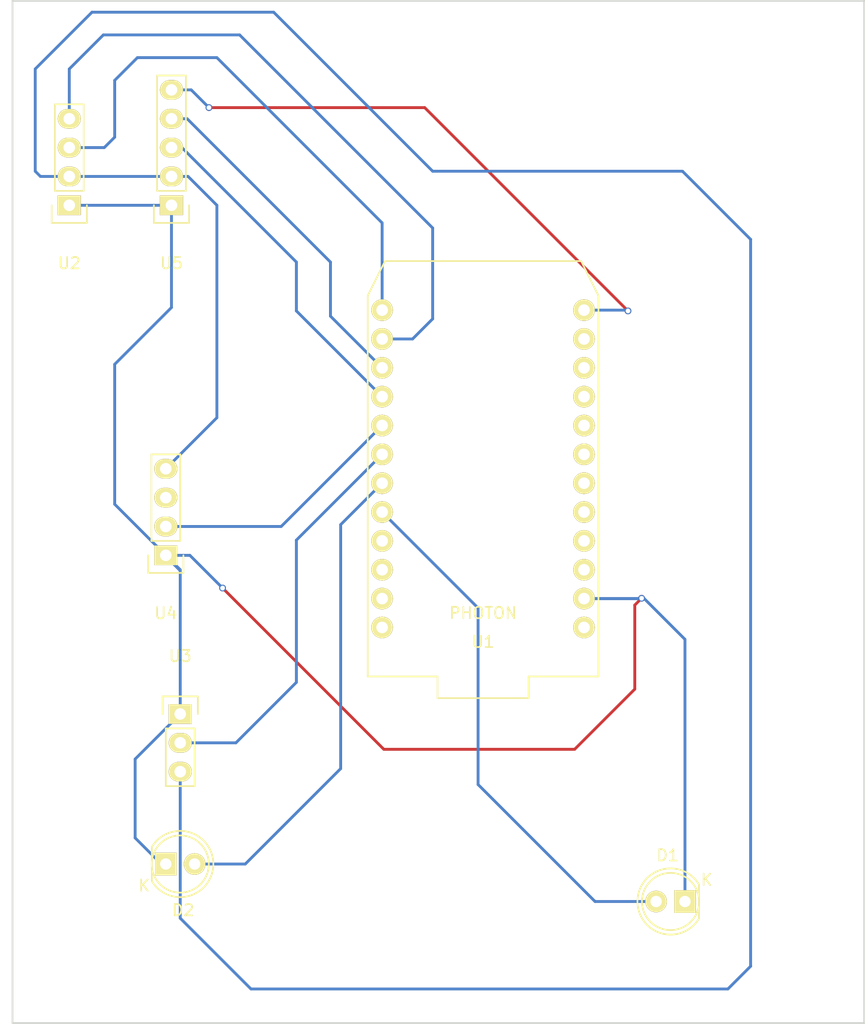
<source format=kicad_pcb>
(kicad_pcb (version 4) (host pcbnew 4.0.2-4+6225~38~ubuntu16.04.1-stable)

  (general
    (links 18)
    (no_connects 0)
    (area 49.924999 34.924999 125.075001 125.075001)
    (thickness 1.6)
    (drawings 4)
    (tracks 91)
    (zones 0)
    (modules 7)
    (nets 12)
  )

  (page A4)
  (layers
    (0 F.Cu signal)
    (31 B.Cu signal)
    (32 B.Adhes user)
    (33 F.Adhes user)
    (34 B.Paste user)
    (35 F.Paste user)
    (36 B.SilkS user)
    (37 F.SilkS user)
    (38 B.Mask user)
    (39 F.Mask user)
    (40 Dwgs.User user)
    (41 Cmts.User user)
    (42 Eco1.User user)
    (43 Eco2.User user)
    (44 Edge.Cuts user)
    (45 Margin user)
    (46 B.CrtYd user)
    (47 F.CrtYd user)
    (48 B.Fab user)
    (49 F.Fab user)
  )

  (setup
    (last_trace_width 0.25)
    (trace_clearance 0.2)
    (zone_clearance 0.508)
    (zone_45_only no)
    (trace_min 0.2)
    (segment_width 0.2)
    (edge_width 0.15)
    (via_size 0.6)
    (via_drill 0.4)
    (via_min_size 0.4)
    (via_min_drill 0.3)
    (uvia_size 0.3)
    (uvia_drill 0.1)
    (uvias_allowed no)
    (uvia_min_size 0.2)
    (uvia_min_drill 0.1)
    (pcb_text_width 0.3)
    (pcb_text_size 1.5 1.5)
    (mod_edge_width 0.15)
    (mod_text_size 1 1)
    (mod_text_width 0.15)
    (pad_size 1.524 1.524)
    (pad_drill 0.762)
    (pad_to_mask_clearance 0.2)
    (aux_axis_origin 0 0)
    (visible_elements FFFFFF7F)
    (pcbplotparams
      (layerselection 0x00030_80000001)
      (usegerberextensions false)
      (excludeedgelayer true)
      (linewidth 0.100000)
      (plotframeref false)
      (viasonmask false)
      (mode 1)
      (useauxorigin false)
      (hpglpennumber 1)
      (hpglpenspeed 20)
      (hpglpendiameter 15)
      (hpglpenoverlay 2)
      (psnegative false)
      (psa4output false)
      (plotreference true)
      (plotvalue true)
      (plotinvisibletext false)
      (padsonsilk false)
      (subtractmaskfromsilk false)
      (outputformat 1)
      (mirror false)
      (drillshape 1)
      (scaleselection 1)
      (outputdirectory ""))
  )

  (net 0 "")
  (net 1 GND)
  (net 2 /POW_LED)
  (net 3 /REL_LED)
  (net 4 /Button)
  (net 5 /TEMP)
  (net 6 /RELAY)
  (net 7 /ROT_CH1)
  (net 8 /ROT_CH2)
  (net 9 /SDL)
  (net 10 /SDA)
  (net 11 VCC)

  (net_class Default "This is the default net class."
    (clearance 0.2)
    (trace_width 0.25)
    (via_dia 0.6)
    (via_drill 0.4)
    (uvia_dia 0.3)
    (uvia_drill 0.1)
    (add_net /Button)
    (add_net /POW_LED)
    (add_net /RELAY)
    (add_net /REL_LED)
    (add_net /ROT_CH1)
    (add_net /ROT_CH2)
    (add_net /SDA)
    (add_net /SDL)
    (add_net /TEMP)
    (add_net GND)
    (add_net VCC)
  )

  (module LEDs:LED-5MM (layer F.Cu) (tedit 5570F7EA) (tstamp 5723B2AF)
    (at 109.22 114.3 180)
    (descr "LED 5mm round vertical")
    (tags "LED 5mm round vertical")
    (path /56F11552)
    (fp_text reference D1 (at 1.524 4.064 180) (layer F.SilkS)
      (effects (font (size 1 1) (thickness 0.15)))
    )
    (fp_text value POW_LED (at 1.524 -3.937 180) (layer F.Fab)
      (effects (font (size 1 1) (thickness 0.15)))
    )
    (fp_line (start -1.5 -1.55) (end -1.5 1.55) (layer F.CrtYd) (width 0.05))
    (fp_arc (start 1.3 0) (end -1.5 1.55) (angle -302) (layer F.CrtYd) (width 0.05))
    (fp_arc (start 1.27 0) (end -1.23 -1.5) (angle 297.5) (layer F.SilkS) (width 0.15))
    (fp_line (start -1.23 1.5) (end -1.23 -1.5) (layer F.SilkS) (width 0.15))
    (fp_circle (center 1.27 0) (end 0.97 -2.5) (layer F.SilkS) (width 0.15))
    (fp_text user K (at -1.905 1.905 180) (layer F.SilkS)
      (effects (font (size 1 1) (thickness 0.15)))
    )
    (pad 1 thru_hole rect (at 0 0 270) (size 2 1.9) (drill 1.00076) (layers *.Cu *.Mask F.SilkS)
      (net 1 GND))
    (pad 2 thru_hole circle (at 2.54 0 180) (size 1.9 1.9) (drill 1.00076) (layers *.Cu *.Mask F.SilkS)
      (net 2 /POW_LED))
    (model LEDs.3dshapes/LED-5MM.wrl
      (at (xyz 0.05 0 0))
      (scale (xyz 1 1 1))
      (rotate (xyz 0 0 90))
    )
  )

  (module LEDs:LED-5MM (layer F.Cu) (tedit 5570F7EA) (tstamp 5723B2B5)
    (at 63.5 111)
    (descr "LED 5mm round vertical")
    (tags "LED 5mm round vertical")
    (path /56F1127F)
    (fp_text reference D2 (at 1.524 4.064) (layer F.SilkS)
      (effects (font (size 1 1) (thickness 0.15)))
    )
    (fp_text value RELAY_LED (at 1.524 -3.937) (layer F.Fab)
      (effects (font (size 1 1) (thickness 0.15)))
    )
    (fp_line (start -1.5 -1.55) (end -1.5 1.55) (layer F.CrtYd) (width 0.05))
    (fp_arc (start 1.3 0) (end -1.5 1.55) (angle -302) (layer F.CrtYd) (width 0.05))
    (fp_arc (start 1.27 0) (end -1.23 -1.5) (angle 297.5) (layer F.SilkS) (width 0.15))
    (fp_line (start -1.23 1.5) (end -1.23 -1.5) (layer F.SilkS) (width 0.15))
    (fp_circle (center 1.27 0) (end 0.97 -2.5) (layer F.SilkS) (width 0.15))
    (fp_text user K (at -1.905 1.905) (layer F.SilkS)
      (effects (font (size 1 1) (thickness 0.15)))
    )
    (pad 1 thru_hole rect (at 0 0 90) (size 2 1.9) (drill 1.00076) (layers *.Cu *.Mask F.SilkS)
      (net 1 GND))
    (pad 2 thru_hole circle (at 2.54 0) (size 1.9 1.9) (drill 1.00076) (layers *.Cu *.Mask F.SilkS)
      (net 3 /REL_LED))
    (model LEDs.3dshapes/LED-5MM.wrl
      (at (xyz 0.05 0 0))
      (scale (xyz 1 1 1))
      (rotate (xyz 0 0 90))
    )
  )

  (module particle:photon (layer F.Cu) (tedit 56106C14) (tstamp 5723B2D1)
    (at 91.44 74.93 180)
    (path /56F0FE3F)
    (fp_text reference U1 (at 0 -16.51 180) (layer F.SilkS)
      (effects (font (size 1 1) (thickness 0.15)))
    )
    (fp_text value PHOTON (at 0 -13.97 180) (layer F.SilkS)
      (effects (font (size 1 1) (thickness 0.15)))
    )
    (fp_text user "all layers" (at 0 19.05 180) (layer Cmts.User)
      (effects (font (size 1 1) (thickness 0.15)))
    )
    (fp_text user "recommended on" (at 0 16.51 180) (layer Cmts.User)
      (effects (font (size 1 1) (thickness 0.15)))
    )
    (fp_text user "signal keep out" (at 0 13.97 180) (layer Cmts.User)
      (effects (font (size 1 1) (thickness 0.15)))
    )
    (fp_text user "ground plane and" (at 0 11.43 180) (layer Cmts.User)
      (effects (font (size 1 1) (thickness 0.15)))
    )
    (fp_line (start 6.35 21.59) (end 7.62 21.59) (layer Dwgs.User) (width 0.15))
    (fp_line (start 7.62 21.59) (end 7.62 8.89) (layer Dwgs.User) (width 0.15))
    (fp_line (start 7.62 8.89) (end -7.62 8.89) (layer Dwgs.User) (width 0.15))
    (fp_line (start 6.35 21.59) (end -7.62 21.59) (layer Dwgs.User) (width 0.15))
    (fp_line (start -7.62 21.59) (end -7.62 8.89) (layer Dwgs.User) (width 0.15))
    (fp_line (start 10.16 13.97) (end 8.636 17.018) (layer F.SilkS) (width 0.15))
    (fp_line (start -10.16 13.97) (end -8.636 17.018) (layer F.SilkS) (width 0.15))
    (fp_line (start -8.636 17.018) (end 8.636 17.018) (layer F.SilkS) (width 0.15))
    (fp_line (start 10.16 -19.558) (end 10.16 13.97) (layer F.SilkS) (width 0.15))
    (fp_line (start -10.16 -19.558) (end -10.16 13.97) (layer F.SilkS) (width 0.15))
    (fp_line (start 4.0132 -19.558) (end 10.16 -19.558) (layer F.SilkS) (width 0.15))
    (fp_line (start -4.0132 -19.558) (end -10.16 -19.558) (layer F.SilkS) (width 0.15))
    (fp_line (start -4.0132 -21.463) (end -4.0132 -19.558) (layer F.SilkS) (width 0.15))
    (fp_line (start 4.0132 -21.463) (end 4.0132 -19.558) (layer F.SilkS) (width 0.15))
    (fp_line (start -4.0132 -21.463) (end 4.0132 -21.463) (layer F.SilkS) (width 0.15))
    (pad 1 thru_hole circle (at -8.89 -15.24 180) (size 1.9 1.9) (drill 1.02) (layers *.Cu *.Mask F.SilkS))
    (pad 2 thru_hole circle (at -8.89 -12.7 180) (size 1.9 1.9) (drill 1.02) (layers *.Cu *.Mask F.SilkS)
      (net 1 GND))
    (pad 3 thru_hole circle (at -8.89 -10.16 180) (size 1.9 1.9) (drill 1.02) (layers *.Cu *.Mask F.SilkS))
    (pad 4 thru_hole circle (at -8.89 -7.62 180) (size 1.9 1.9) (drill 1.02) (layers *.Cu *.Mask F.SilkS))
    (pad 5 thru_hole circle (at -8.89 -5.08 180) (size 1.9 1.9) (drill 1.02) (layers *.Cu *.Mask F.SilkS))
    (pad 6 thru_hole circle (at -8.89 -2.54 180) (size 1.9 1.9) (drill 1.02) (layers *.Cu *.Mask F.SilkS))
    (pad 7 thru_hole circle (at -8.89 0 180) (size 1.9 1.9) (drill 1.02) (layers *.Cu *.Mask F.SilkS))
    (pad 8 thru_hole circle (at -8.89 2.54 180) (size 1.9 1.9) (drill 1.02) (layers *.Cu *.Mask F.SilkS))
    (pad 9 thru_hole circle (at -8.89 5.08 180) (size 1.9 1.9) (drill 1.02) (layers *.Cu *.Mask F.SilkS))
    (pad 10 thru_hole circle (at -8.89 7.62 180) (size 1.9 1.9) (drill 1.02) (layers *.Cu *.Mask F.SilkS))
    (pad 11 thru_hole circle (at -8.89 10.16 180) (size 1.9 1.9) (drill 1.02) (layers *.Cu *.Mask F.SilkS))
    (pad 12 thru_hole circle (at -8.89 12.7 180) (size 1.9 1.9) (drill 1.02) (layers *.Cu *.Mask F.SilkS)
      (net 4 /Button))
    (pad 24 thru_hole circle (at 8.89 -15.24 180) (size 1.9 1.9) (drill 1.02) (layers *.Cu *.Mask F.SilkS))
    (pad 23 thru_hole circle (at 8.89 -12.7 180) (size 1.9 1.9) (drill 1.02) (layers *.Cu *.Mask F.SilkS))
    (pad 22 thru_hole circle (at 8.89 -10.16 180) (size 1.9 1.9) (drill 1.02) (layers *.Cu *.Mask F.SilkS))
    (pad 21 thru_hole circle (at 8.89 -7.62 180) (size 1.9 1.9) (drill 1.02) (layers *.Cu *.Mask F.SilkS))
    (pad 20 thru_hole circle (at 8.89 -5.08 180) (size 1.9 1.9) (drill 1.02) (layers *.Cu *.Mask F.SilkS)
      (net 2 /POW_LED))
    (pad 19 thru_hole circle (at 8.89 -2.54 180) (size 1.9 1.9) (drill 1.02) (layers *.Cu *.Mask F.SilkS)
      (net 3 /REL_LED))
    (pad 18 thru_hole circle (at 8.89 0 180) (size 1.9 1.9) (drill 1.02) (layers *.Cu *.Mask F.SilkS)
      (net 5 /TEMP))
    (pad 17 thru_hole circle (at 8.89 2.54 180) (size 1.9 1.9) (drill 1.02) (layers *.Cu *.Mask F.SilkS)
      (net 6 /RELAY))
    (pad 16 thru_hole circle (at 8.89 5.08 180) (size 1.9 1.9) (drill 1.02) (layers *.Cu *.Mask F.SilkS)
      (net 7 /ROT_CH1))
    (pad 15 thru_hole circle (at 8.89 7.62 180) (size 1.9 1.9) (drill 1.02) (layers *.Cu *.Mask F.SilkS)
      (net 8 /ROT_CH2))
    (pad 14 thru_hole circle (at 8.89 10.16 180) (size 1.9 1.9) (drill 1.02) (layers *.Cu *.Mask F.SilkS)
      (net 9 /SDL))
    (pad 13 thru_hole circle (at 8.89 12.7 180) (size 1.9 1.9) (drill 1.02) (layers *.Cu *.Mask F.SilkS)
      (net 10 /SDA))
  )

  (module Pin_Headers:Pin_Header_Straight_1x03 (layer F.Cu) (tedit 0) (tstamp 5723B2E0)
    (at 64.77 97.79)
    (descr "Through hole pin header")
    (tags "pin header")
    (path /56F12551)
    (fp_text reference U3 (at 0 -5.1) (layer F.SilkS)
      (effects (font (size 1 1) (thickness 0.15)))
    )
    (fp_text value DS18B20 (at 0 -3.1) (layer F.Fab)
      (effects (font (size 1 1) (thickness 0.15)))
    )
    (fp_line (start -1.75 -1.75) (end -1.75 6.85) (layer F.CrtYd) (width 0.05))
    (fp_line (start 1.75 -1.75) (end 1.75 6.85) (layer F.CrtYd) (width 0.05))
    (fp_line (start -1.75 -1.75) (end 1.75 -1.75) (layer F.CrtYd) (width 0.05))
    (fp_line (start -1.75 6.85) (end 1.75 6.85) (layer F.CrtYd) (width 0.05))
    (fp_line (start -1.27 1.27) (end -1.27 6.35) (layer F.SilkS) (width 0.15))
    (fp_line (start -1.27 6.35) (end 1.27 6.35) (layer F.SilkS) (width 0.15))
    (fp_line (start 1.27 6.35) (end 1.27 1.27) (layer F.SilkS) (width 0.15))
    (fp_line (start 1.55 -1.55) (end 1.55 0) (layer F.SilkS) (width 0.15))
    (fp_line (start 1.27 1.27) (end -1.27 1.27) (layer F.SilkS) (width 0.15))
    (fp_line (start -1.55 0) (end -1.55 -1.55) (layer F.SilkS) (width 0.15))
    (fp_line (start -1.55 -1.55) (end 1.55 -1.55) (layer F.SilkS) (width 0.15))
    (pad 1 thru_hole rect (at 0 0) (size 2.032 1.7272) (drill 1.016) (layers *.Cu *.Mask F.SilkS)
      (net 1 GND))
    (pad 2 thru_hole oval (at 0 2.54) (size 2.032 1.7272) (drill 1.016) (layers *.Cu *.Mask F.SilkS)
      (net 5 /TEMP))
    (pad 3 thru_hole oval (at 0 5.08) (size 2.032 1.7272) (drill 1.016) (layers *.Cu *.Mask F.SilkS)
      (net 11 VCC))
    (model Pin_Headers.3dshapes/Pin_Header_Straight_1x03.wrl
      (at (xyz 0 -0.1 0))
      (scale (xyz 1 1 1))
      (rotate (xyz 0 0 90))
    )
  )

  (module Pin_Headers:Pin_Header_Straight_1x04 (layer F.Cu) (tedit 0) (tstamp 5723B2E8)
    (at 63.5 83.82 180)
    (descr "Through hole pin header")
    (tags "pin header")
    (path /56F1163E)
    (fp_text reference U4 (at 0 -5.1 180) (layer F.SilkS)
      (effects (font (size 1 1) (thickness 0.15)))
    )
    (fp_text value relay (at 0 -3.1 180) (layer F.Fab)
      (effects (font (size 1 1) (thickness 0.15)))
    )
    (fp_line (start -1.75 -1.75) (end -1.75 9.4) (layer F.CrtYd) (width 0.05))
    (fp_line (start 1.75 -1.75) (end 1.75 9.4) (layer F.CrtYd) (width 0.05))
    (fp_line (start -1.75 -1.75) (end 1.75 -1.75) (layer F.CrtYd) (width 0.05))
    (fp_line (start -1.75 9.4) (end 1.75 9.4) (layer F.CrtYd) (width 0.05))
    (fp_line (start -1.27 1.27) (end -1.27 8.89) (layer F.SilkS) (width 0.15))
    (fp_line (start 1.27 1.27) (end 1.27 8.89) (layer F.SilkS) (width 0.15))
    (fp_line (start 1.55 -1.55) (end 1.55 0) (layer F.SilkS) (width 0.15))
    (fp_line (start -1.27 8.89) (end 1.27 8.89) (layer F.SilkS) (width 0.15))
    (fp_line (start 1.27 1.27) (end -1.27 1.27) (layer F.SilkS) (width 0.15))
    (fp_line (start -1.55 0) (end -1.55 -1.55) (layer F.SilkS) (width 0.15))
    (fp_line (start -1.55 -1.55) (end 1.55 -1.55) (layer F.SilkS) (width 0.15))
    (pad 1 thru_hole rect (at 0 0 180) (size 2.032 1.7272) (drill 1.016) (layers *.Cu *.Mask F.SilkS)
      (net 1 GND))
    (pad 2 thru_hole oval (at 0 2.54 180) (size 2.032 1.7272) (drill 1.016) (layers *.Cu *.Mask F.SilkS)
      (net 6 /RELAY))
    (pad 3 thru_hole oval (at 0 5.08 180) (size 2.032 1.7272) (drill 1.016) (layers *.Cu *.Mask F.SilkS))
    (pad 4 thru_hole oval (at 0 7.62 180) (size 2.032 1.7272) (drill 1.016) (layers *.Cu *.Mask F.SilkS)
      (net 11 VCC))
    (model Pin_Headers.3dshapes/Pin_Header_Straight_1x04.wrl
      (at (xyz 0 -0.15 0))
      (scale (xyz 1 1 1))
      (rotate (xyz 0 0 90))
    )
  )

  (module Pin_Headers:Pin_Header_Straight_1x05 (layer F.Cu) (tedit 54EA0684) (tstamp 5723B2F1)
    (at 64 53 180)
    (descr "Through hole pin header")
    (tags "pin header")
    (path /5723D442)
    (fp_text reference U5 (at 0 -5.1 180) (layer F.SilkS)
      (effects (font (size 1 1) (thickness 0.15)))
    )
    (fp_text value rot_enc_2 (at 0 -3.1 180) (layer F.Fab)
      (effects (font (size 1 1) (thickness 0.15)))
    )
    (fp_line (start -1.55 0) (end -1.55 -1.55) (layer F.SilkS) (width 0.15))
    (fp_line (start -1.55 -1.55) (end 1.55 -1.55) (layer F.SilkS) (width 0.15))
    (fp_line (start 1.55 -1.55) (end 1.55 0) (layer F.SilkS) (width 0.15))
    (fp_line (start -1.75 -1.75) (end -1.75 11.95) (layer F.CrtYd) (width 0.05))
    (fp_line (start 1.75 -1.75) (end 1.75 11.95) (layer F.CrtYd) (width 0.05))
    (fp_line (start -1.75 -1.75) (end 1.75 -1.75) (layer F.CrtYd) (width 0.05))
    (fp_line (start -1.75 11.95) (end 1.75 11.95) (layer F.CrtYd) (width 0.05))
    (fp_line (start 1.27 1.27) (end 1.27 11.43) (layer F.SilkS) (width 0.15))
    (fp_line (start 1.27 11.43) (end -1.27 11.43) (layer F.SilkS) (width 0.15))
    (fp_line (start -1.27 11.43) (end -1.27 1.27) (layer F.SilkS) (width 0.15))
    (fp_line (start 1.27 1.27) (end -1.27 1.27) (layer F.SilkS) (width 0.15))
    (pad 1 thru_hole rect (at 0 0 180) (size 2.032 1.7272) (drill 1.016) (layers *.Cu *.Mask F.SilkS)
      (net 1 GND))
    (pad 2 thru_hole oval (at 0 2.54 180) (size 2.032 1.7272) (drill 1.016) (layers *.Cu *.Mask F.SilkS)
      (net 11 VCC))
    (pad 3 thru_hole oval (at 0 5.08 180) (size 2.032 1.7272) (drill 1.016) (layers *.Cu *.Mask F.SilkS)
      (net 7 /ROT_CH1))
    (pad 4 thru_hole oval (at 0 7.62 180) (size 2.032 1.7272) (drill 1.016) (layers *.Cu *.Mask F.SilkS)
      (net 8 /ROT_CH2))
    (pad 5 thru_hole oval (at 0 10.16 180) (size 2.032 1.7272) (drill 1.016) (layers *.Cu *.Mask F.SilkS)
      (net 4 /Button))
    (model Pin_Headers.3dshapes/Pin_Header_Straight_1x05.wrl
      (at (xyz 0 -0.2 0))
      (scale (xyz 1 1 1))
      (rotate (xyz 0 0 90))
    )
  )

  (module Pin_Headers:Pin_Header_Straight_1x04 (layer F.Cu) (tedit 0) (tstamp 5723D25C)
    (at 55 53 180)
    (descr "Through hole pin header")
    (tags "pin header")
    (path /5723DDC4)
    (fp_text reference U2 (at 0 -5.1 180) (layer F.SilkS)
      (effects (font (size 1 1) (thickness 0.15)))
    )
    (fp_text value LCM1602_IIC_v1 (at 0 -3.1 180) (layer F.Fab)
      (effects (font (size 1 1) (thickness 0.15)))
    )
    (fp_line (start -1.75 -1.75) (end -1.75 9.4) (layer F.CrtYd) (width 0.05))
    (fp_line (start 1.75 -1.75) (end 1.75 9.4) (layer F.CrtYd) (width 0.05))
    (fp_line (start -1.75 -1.75) (end 1.75 -1.75) (layer F.CrtYd) (width 0.05))
    (fp_line (start -1.75 9.4) (end 1.75 9.4) (layer F.CrtYd) (width 0.05))
    (fp_line (start -1.27 1.27) (end -1.27 8.89) (layer F.SilkS) (width 0.15))
    (fp_line (start 1.27 1.27) (end 1.27 8.89) (layer F.SilkS) (width 0.15))
    (fp_line (start 1.55 -1.55) (end 1.55 0) (layer F.SilkS) (width 0.15))
    (fp_line (start -1.27 8.89) (end 1.27 8.89) (layer F.SilkS) (width 0.15))
    (fp_line (start 1.27 1.27) (end -1.27 1.27) (layer F.SilkS) (width 0.15))
    (fp_line (start -1.55 0) (end -1.55 -1.55) (layer F.SilkS) (width 0.15))
    (fp_line (start -1.55 -1.55) (end 1.55 -1.55) (layer F.SilkS) (width 0.15))
    (pad 1 thru_hole rect (at 0 0 180) (size 2.032 1.7272) (drill 1.016) (layers *.Cu *.Mask F.SilkS)
      (net 1 GND))
    (pad 2 thru_hole oval (at 0 2.54 180) (size 2.032 1.7272) (drill 1.016) (layers *.Cu *.Mask F.SilkS)
      (net 11 VCC))
    (pad 3 thru_hole oval (at 0 5.08 180) (size 2.032 1.7272) (drill 1.016) (layers *.Cu *.Mask F.SilkS)
      (net 10 /SDA))
    (pad 4 thru_hole oval (at 0 7.62 180) (size 2.032 1.7272) (drill 1.016) (layers *.Cu *.Mask F.SilkS)
      (net 9 /SDL))
    (model Pin_Headers.3dshapes/Pin_Header_Straight_1x04.wrl
      (at (xyz 0 -0.15 0))
      (scale (xyz 1 1 1))
      (rotate (xyz 0 0 90))
    )
  )

  (gr_line (start 125 35) (end 50 35) (angle 90) (layer Edge.Cuts) (width 0.15))
  (gr_line (start 50 125) (end 125 125) (angle 90) (layer Edge.Cuts) (width 0.15))
  (gr_line (start 50 35) (end 50 125) (angle 90) (layer Edge.Cuts) (width 0.15))
  (gr_line (start 125 35) (end 125 125) (angle 90) (layer Edge.Cuts) (width 0.15))

  (segment (start 100.33 87.63) (end 105.37 87.63) (width 0.25) (layer B.Cu) (net 1) (status 400000))
  (segment (start 65.62 83.82) (end 63.5 83.82) (width 0.25) (layer B.Cu) (net 1) (tstamp 57247FB6) (status 800000))
  (segment (start 68.5 86.7) (end 65.62 83.82) (width 0.25) (layer B.Cu) (net 1) (tstamp 57247FB5))
  (via (at 68.5 86.7) (size 0.6) (drill 0.4) (layers F.Cu B.Cu) (net 1))
  (segment (start 82.7 100.9) (end 68.5 86.7) (width 0.25) (layer F.Cu) (net 1) (tstamp 57247FB2))
  (segment (start 99.5 100.9) (end 82.7 100.9) (width 0.25) (layer F.Cu) (net 1) (tstamp 57247FB0))
  (segment (start 104.8 95.6) (end 99.5 100.9) (width 0.25) (layer F.Cu) (net 1) (tstamp 57247FAE))
  (segment (start 104.8 88.2) (end 104.8 95.6) (width 0.25) (layer F.Cu) (net 1) (tstamp 57247FAD))
  (segment (start 105.4 87.6) (end 104.8 88.2) (width 0.25) (layer F.Cu) (net 1) (tstamp 57247FAC))
  (via (at 105.4 87.6) (size 0.6) (drill 0.4) (layers F.Cu B.Cu) (net 1))
  (segment (start 105.37 87.63) (end 105.4 87.6) (width 0.25) (layer B.Cu) (net 1) (tstamp 57247FA7))
  (segment (start 63.5 83.82) (end 63.5 83.9) (width 0.25) (layer B.Cu) (net 1) (status C00000))
  (segment (start 63.5 83.9) (end 64.77 85.17) (width 0.25) (layer B.Cu) (net 1) (tstamp 57247F10) (status 400000))
  (segment (start 63.5 111) (end 63.1 111) (width 0.25) (layer B.Cu) (net 1) (status C00000))
  (segment (start 63.1 111) (end 60.8 108.7) (width 0.25) (layer B.Cu) (net 1) (tstamp 57247F07) (status 400000))
  (segment (start 60.8 108.7) (end 60.8 101.76) (width 0.25) (layer B.Cu) (net 1) (tstamp 57247F08))
  (segment (start 60.8 101.76) (end 64.77 97.79) (width 0.25) (layer B.Cu) (net 1) (tstamp 57247F0A) (status 800000))
  (segment (start 109.22 114.3) (end 109.22 91.22) (width 0.25) (layer B.Cu) (net 1))
  (segment (start 105.63 87.63) (end 100.33 87.63) (width 0.25) (layer B.Cu) (net 1) (tstamp 57247EA5))
  (segment (start 109.22 91.22) (end 105.63 87.63) (width 0.25) (layer B.Cu) (net 1) (tstamp 57247EA3))
  (segment (start 64 53) (end 64 62) (width 0.25) (layer B.Cu) (net 1))
  (segment (start 64 62) (end 59 67) (width 0.25) (layer B.Cu) (net 1) (tstamp 5723D2D8))
  (segment (start 59 67) (end 59 79.32) (width 0.25) (layer B.Cu) (net 1) (tstamp 5723D2DA))
  (segment (start 59 79.32) (end 63.5 83.82) (width 0.25) (layer B.Cu) (net 1) (tstamp 5723D2DC))
  (segment (start 62.68 83) (end 63.5 83.82) (width 0.25) (layer B.Cu) (net 1) (tstamp 5723D2D3))
  (segment (start 55 53) (end 64 53) (width 0.25) (layer B.Cu) (net 1))
  (segment (start 64.77 97.79) (end 64.77 85.17) (width 0.25) (layer B.Cu) (net 1))
  (segment (start 64.77 85.17) (end 64.77 85.09) (width 0.25) (layer B.Cu) (net 1) (tstamp 57247F14))
  (segment (start 64.77 85.09) (end 63.5 83.82) (width 0.25) (layer B.Cu) (net 1) (tstamp 5723B44A))
  (segment (start 106.68 114.3) (end 101.3 114.3) (width 0.25) (layer B.Cu) (net 2))
  (segment (start 91 88.46) (end 82.55 80.01) (width 0.25) (layer B.Cu) (net 2) (tstamp 57247E95))
  (segment (start 91 104) (end 91 88.46) (width 0.25) (layer B.Cu) (net 2) (tstamp 57247E93))
  (segment (start 101.3 114.3) (end 91 104) (width 0.25) (layer B.Cu) (net 2) (tstamp 57247E90))
  (segment (start 66.04 111) (end 70.5 111) (width 0.25) (layer B.Cu) (net 3) (status 400000))
  (segment (start 78.9 81.12) (end 82.55 77.47) (width 0.25) (layer B.Cu) (net 3) (tstamp 57247F2C) (status 800000))
  (segment (start 78.9 102.6) (end 78.9 81.12) (width 0.25) (layer B.Cu) (net 3) (tstamp 57247F2A))
  (segment (start 70.5 111) (end 78.9 102.6) (width 0.25) (layer B.Cu) (net 3) (tstamp 57247F28))
  (segment (start 100.33 62.23) (end 104.13 62.23) (width 0.25) (layer B.Cu) (net 4) (status 400000))
  (segment (start 65.74 42.84) (end 64 42.84) (width 0.25) (layer B.Cu) (net 4) (tstamp 57247F84) (status 800000))
  (segment (start 67.3 44.4) (end 65.74 42.84) (width 0.25) (layer B.Cu) (net 4) (tstamp 57247F83))
  (via (at 67.3 44.4) (size 0.6) (drill 0.4) (layers F.Cu B.Cu) (net 4))
  (segment (start 86.3 44.4) (end 67.3 44.4) (width 0.25) (layer F.Cu) (net 4) (tstamp 57247F7C))
  (segment (start 104.2 62.3) (end 86.3 44.4) (width 0.25) (layer F.Cu) (net 4) (tstamp 57247F7B))
  (via (at 104.2 62.3) (size 0.6) (drill 0.4) (layers F.Cu B.Cu) (net 4))
  (segment (start 104.13 62.23) (end 104.2 62.3) (width 0.25) (layer B.Cu) (net 4) (tstamp 57247F78))
  (segment (start 64.77 100.33) (end 69.67 100.33) (width 0.25) (layer B.Cu) (net 5))
  (segment (start 75 82.48) (end 82.55 74.93) (width 0.25) (layer B.Cu) (net 5) (tstamp 57247E82))
  (segment (start 75 95) (end 75 82.48) (width 0.25) (layer B.Cu) (net 5) (tstamp 57247E80))
  (segment (start 69.67 100.33) (end 75 95) (width 0.25) (layer B.Cu) (net 5) (tstamp 57247E7B))
  (segment (start 63.5 81.28) (end 73.66 81.28) (width 0.25) (layer B.Cu) (net 6))
  (segment (start 73.66 81.28) (end 82.55 72.39) (width 0.25) (layer B.Cu) (net 6) (tstamp 5723D322))
  (segment (start 64 47.92) (end 64.92 47.92) (width 0.25) (layer B.Cu) (net 7))
  (segment (start 64.92 47.92) (end 75 58) (width 0.25) (layer B.Cu) (net 7) (tstamp 5723D2FD))
  (segment (start 75 58) (end 75 62.3) (width 0.25) (layer B.Cu) (net 7) (tstamp 5723D2FE))
  (segment (start 75 62.3) (end 82.55 69.85) (width 0.25) (layer B.Cu) (net 7) (tstamp 5723D300))
  (segment (start 64 45.38) (end 65.38 45.38) (width 0.25) (layer B.Cu) (net 8))
  (segment (start 78 62.76) (end 82.55 67.31) (width 0.25) (layer B.Cu) (net 8) (tstamp 5723D2F9))
  (segment (start 78 58) (end 78 62.76) (width 0.25) (layer B.Cu) (net 8) (tstamp 5723D2F4))
  (segment (start 65.38 45.38) (end 78 58) (width 0.25) (layer B.Cu) (net 8) (tstamp 5723D2F1))
  (segment (start 55 45.38) (end 55 41) (width 0.25) (layer B.Cu) (net 9))
  (segment (start 85.23 64.77) (end 82.55 64.77) (width 0.25) (layer B.Cu) (net 9) (tstamp 5723D2B1))
  (segment (start 87 63) (end 85.23 64.77) (width 0.25) (layer B.Cu) (net 9) (tstamp 5723D2AF))
  (segment (start 87 55) (end 87 63) (width 0.25) (layer B.Cu) (net 9) (tstamp 5723D2AD))
  (segment (start 70 38) (end 87 55) (width 0.25) (layer B.Cu) (net 9) (tstamp 5723D2AB))
  (segment (start 58 38) (end 70 38) (width 0.25) (layer B.Cu) (net 9) (tstamp 5723D2A9))
  (segment (start 55 41) (end 58 38) (width 0.25) (layer B.Cu) (net 9) (tstamp 5723D2A7))
  (segment (start 55 47.92) (end 58.08 47.92) (width 0.25) (layer B.Cu) (net 10))
  (segment (start 82.55 54.55) (end 82.55 62.23) (width 0.25) (layer B.Cu) (net 10) (tstamp 5723D2BD))
  (segment (start 68 40) (end 82.55 54.55) (width 0.25) (layer B.Cu) (net 10) (tstamp 5723D2BB))
  (segment (start 61 40) (end 68 40) (width 0.25) (layer B.Cu) (net 10) (tstamp 5723D2B9))
  (segment (start 59 42) (end 61 40) (width 0.25) (layer B.Cu) (net 10) (tstamp 5723D2B7))
  (segment (start 59 47) (end 59 42) (width 0.25) (layer B.Cu) (net 10) (tstamp 5723D2B6))
  (segment (start 58.08 47.92) (end 59 47) (width 0.25) (layer B.Cu) (net 10) (tstamp 5723D2B5))
  (segment (start 55 50.46) (end 52.46 50.46) (width 0.25) (layer B.Cu) (net 11))
  (segment (start 64.77 115.77) (end 64.77 102.87) (width 0.25) (layer B.Cu) (net 11) (tstamp 57247E77))
  (segment (start 71 122) (end 64.77 115.77) (width 0.25) (layer B.Cu) (net 11) (tstamp 57247E75))
  (segment (start 113 122) (end 71 122) (width 0.25) (layer B.Cu) (net 11) (tstamp 57247E73))
  (segment (start 115 120) (end 113 122) (width 0.25) (layer B.Cu) (net 11) (tstamp 57247E6E))
  (segment (start 115 56) (end 115 120) (width 0.25) (layer B.Cu) (net 11) (tstamp 57247E6A))
  (segment (start 109 50) (end 115 56) (width 0.25) (layer B.Cu) (net 11) (tstamp 57247E68))
  (segment (start 87 50) (end 109 50) (width 0.25) (layer B.Cu) (net 11) (tstamp 57247E66))
  (segment (start 73 36) (end 87 50) (width 0.25) (layer B.Cu) (net 11) (tstamp 57247E63))
  (segment (start 57 36) (end 73 36) (width 0.25) (layer B.Cu) (net 11) (tstamp 57247E5F))
  (segment (start 52 41) (end 57 36) (width 0.25) (layer B.Cu) (net 11) (tstamp 57247E5D))
  (segment (start 52 50) (end 52 41) (width 0.25) (layer B.Cu) (net 11) (tstamp 57247E5C))
  (segment (start 52.46 50.46) (end 52 50) (width 0.25) (layer B.Cu) (net 11) (tstamp 57247E5A))
  (segment (start 64 50.46) (end 65.46 50.46) (width 0.25) (layer B.Cu) (net 11))
  (segment (start 68 71.7) (end 63.5 76.2) (width 0.25) (layer B.Cu) (net 11) (tstamp 5723D2C9))
  (segment (start 68 53) (end 68 71.7) (width 0.25) (layer B.Cu) (net 11) (tstamp 5723D2C7))
  (segment (start 65.46 50.46) (end 68 53) (width 0.25) (layer B.Cu) (net 11) (tstamp 5723D2C5))
  (segment (start 55 50.46) (end 64 50.46) (width 0.25) (layer B.Cu) (net 11))

)

</source>
